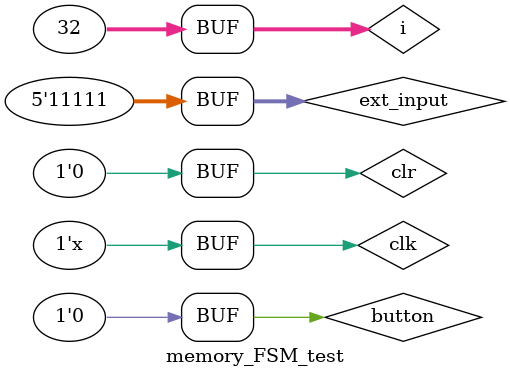
<source format=v>
`timescale 1ns / 1ps


module memory_FSM_test;

	// Inputs
	reg clk;
	reg clr;
	reg [4:0] ext_input;
	reg button;

	// Outputs
	wire [6:0] seg7;
	wire [3:0] select;
	 wire [14:0] addr0;
 	 wire [14:0] addr1;
	 wire [15:0] data0;
	 wire [15:0] data1;
	// Instantiate the Unit Under Test (UUT)
	memory_FSM uut (
		.clk(clk), 
		.clr(clr), 
		.ext_input(ext_input), 
		.button(button), 
		.seg7(seg7), 
		.select(select),
		.addr0(addr0),
		.addr1(addr1),
		.data0(data0),
		.data1(data1)
	);
	integer i;

	initial begin
		// Initialize Inputs
		clk = 0;
		clr = 0;
		ext_input = 0;
		button = 0;
		

		// Wait 100 ns for global reset to finish
		#100;
        
		clr = 1;
		#2 clr = 0;
		#500
		for (i =0; i < 2**5; i = i + 1) begin
			ext_input = i;
			#800000;
		end
		// Add stimulus here

	end
      
	always
		#1 clk = ~clk;
endmodule


</source>
